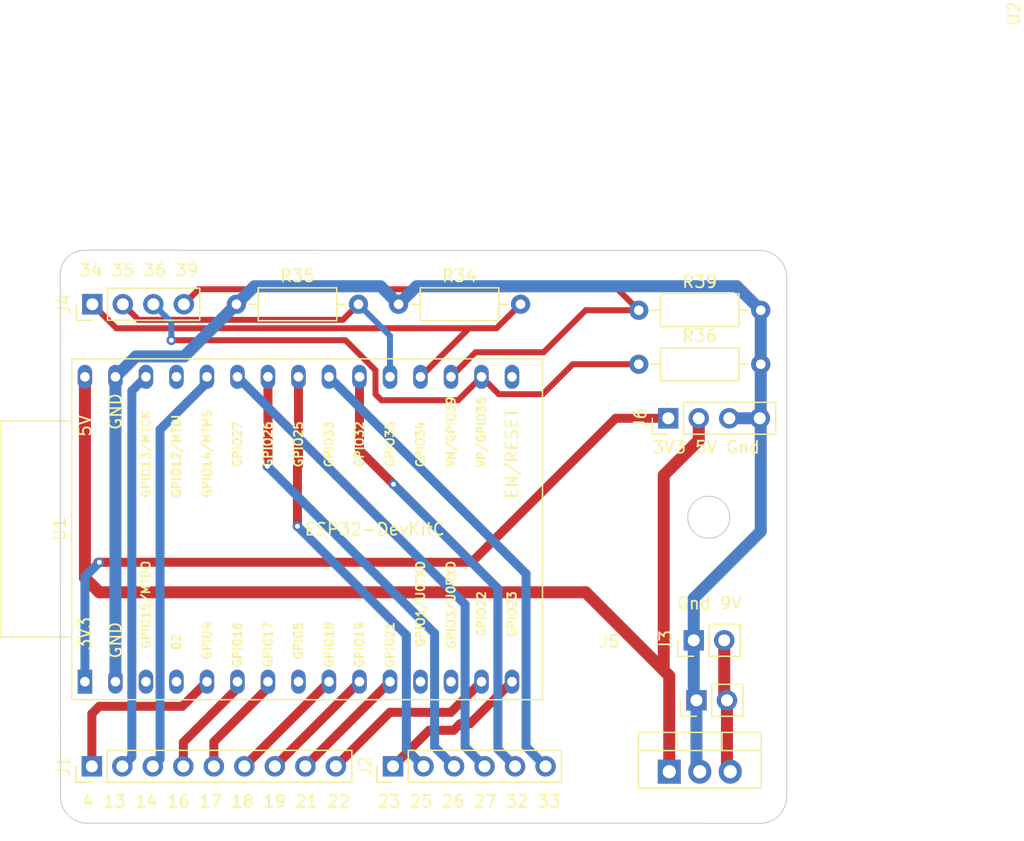
<source format=kicad_pcb>
(kicad_pcb (version 20221018) (generator pcbnew)
  (layers (0 "F.Cu" signal) (31 "B.Cu" signal) (34 "B.Paste" user) (35 "F.Paste" user) (36 "B.SilkS" user "B.Silkscreen") (37 "F.SilkS" user "F.Silkscreen") (38 "B.Mask" user) (39 "F.Mask" user) (44 "Edge.Cuts" user))
  (net 0 "")
  (net 1 "/P4")
  (net 2 "/P13")
  (net 3 "/P14")
  (net 4 "/P16")
  (net 5 "/P17")
  (net 6 "/P18")
  (net 7 "/P19")
  (net 8 "/P21")
  (net 9 "/P22")
  (net 10 "/P23")
  (net 11 "/P25")
  (net 12 "/P26")
  (net 13 "/P27")
  (net 14 "/P32")
  (net 15 "/P33")
  (net 16 "/Gnd")
  (net 17 "Net-(J3-Pin_2)")
  (net 18 "/P34-In")
  (net 19 "/P35-in")
  (net 20 "/P36-in")
  (net 21 "/P39-in")
  (net 25 "/5V")
  (net 30 "Net-(J6-Pin_1)")
  (footprint "Connector_PinHeader_2.54mm:PinHeader_1x09_P2.54mm_Vertical" (layer "F.Cu") (at 92.88 68 90)
    (fp_text reference "J1" (at 0 -2.33 90) (layer "F.SilkS"))
    (fp_text value "Conn_01x09_Pin")
    (fp_line (start -1.33 -1.33) (end 0 -1.33) (stroke (width 0.12)) (layer "F.SilkS"))
    (fp_line (start -1.33 0) (end -1.33 -1.33) (stroke (width 0.12)) (layer "F.SilkS"))
    (fp_line (start -1.33 1.27) (end -1.33 21.65) (stroke (width 0.12)) (layer "F.SilkS"))
    (fp_line (start -1.33 1.27) (end 1.33 1.27) (stroke (width 0.12)) (layer "F.SilkS"))
    (fp_line (start -1.33 21.65) (end 1.33 21.65) (stroke (width 0.12)) (layer "F.SilkS"))
    (fp_line (start 1.33 1.27) (end 1.33 21.65) (stroke (width 0.12)) (layer "F.SilkS"))
    (pad "1" thru_hole rect (at 0 0 90) (size 1.7 1.7) (drill 1) (layers "*.Cu" "*.Mask") (net 1 "/P4"))
    (pad "2" thru_hole oval (at 0 2.54 90) (size 1.7 1.7) (drill 1) (layers "*.Cu" "*.Mask") (net 2 "/P13"))
    (pad "3" thru_hole oval (at 0 5.08 90) (size 1.7 1.7) (drill 1) (layers "*.Cu" "*.Mask") (net 3 "/P14"))
    (pad "4" thru_hole oval (at 0 7.62 90) (size 1.7 1.7) (drill 1) (layers "*.Cu" "*.Mask") (net 4 "/P16"))
    (pad "5" thru_hole oval (at 0 10.16 90) (size 1.7 1.7) (drill 1) (layers "*.Cu" "*.Mask") (net 5 "/P17"))
    (pad "6" thru_hole oval (at 0 12.7 90) (size 1.7 1.7) (drill 1) (layers "*.Cu" "*.Mask") (net 6 "/P18"))
    (pad "7" thru_hole oval (at 0 15.24 90) (size 1.7 1.7) (drill 1) (layers "*.Cu" "*.Mask") (net 7 "/P19"))
    (pad "8" thru_hole oval (at 0 17.78 90) (size 1.7 1.7) (drill 1) (layers "*.Cu" "*.Mask") (net 8 "/P21"))
    (pad "9" thru_hole oval (at 0 20.32 90) (size 1.7 1.7) (drill 1) (layers "*.Cu" "*.Mask") (net 9 "/P22"))
  )
  (footprint "Resistor_THT:R_Axial_DIN0207_L6.3mm_D2.5mm_P10.16mm_Horizontal" (layer "F.Cu") (at 138.42 34.5)
    (fp_text reference "R36" (at 5.08 -2.37) (layer "F.SilkS"))
    (fp_text value "R")
    (fp_line (start 1.04 0) (end 1.81 0) (stroke (width 0.12)) (layer "F.SilkS"))
    (fp_line (start 1.81 -1.37) (end 1.81 1.37) (stroke (width 0.12)) (layer "F.SilkS"))
    (fp_line (start 1.81 1.37) (end 8.35 1.37) (stroke (width 0.12)) (layer "F.SilkS"))
    (fp_line (start 8.35 -1.37) (end 1.81 -1.37) (stroke (width 0.12)) (layer "F.SilkS"))
    (fp_line (start 8.35 1.37) (end 8.35 -1.37) (stroke (width 0.12)) (layer "F.SilkS"))
    (fp_line (start 9.12 0) (end 8.35 0) (stroke (width 0.12)) (layer "F.SilkS"))
    (pad "1" thru_hole circle (at 0 0) (size 1.6 1.6) (drill 0.8) (layers "*.Cu" "*.Mask") (net 20 "/P36-in"))
    (pad "2" thru_hole oval (at 10.16 0) (size 1.6 1.6) (drill 0.8) (layers "*.Cu" "*.Mask") (net 16 "/Gnd"))
  )
  (footprint "Connector_PinHeader_2.54mm:PinHeader_1x02_P2.54mm_Vertical" (layer "F.Cu") (at 143 57.5 90)
    (fp_text reference "J3" (at 0 -2.33 90) (layer "F.SilkS"))
    (fp_text value "Conn_01x02_Pin")
    (fp_line (start -1.33 -1.33) (end 0 -1.33) (stroke (width 0.12)) (layer "F.SilkS"))
    (fp_line (start -1.33 0) (end -1.33 -1.33) (stroke (width 0.12)) (layer "F.SilkS"))
    (fp_line (start -1.33 1.27) (end -1.33 3.87) (stroke (width 0.12)) (layer "F.SilkS"))
    (fp_line (start -1.33 1.27) (end 1.33 1.27) (stroke (width 0.12)) (layer "F.SilkS"))
    (fp_line (start -1.33 3.87) (end 1.33 3.87) (stroke (width 0.12)) (layer "F.SilkS"))
    (fp_line (start 1.33 1.27) (end 1.33 3.87) (stroke (width 0.12)) (layer "F.SilkS"))
    (pad "1" thru_hole rect (at 0 0 90) (size 1.7 1.7) (drill 1) (layers "*.Cu" "*.Mask") (net 16 "/Gnd"))
    (pad "2" thru_hole oval (at 0 2.54 90) (size 1.7 1.7) (drill 1) (layers "*.Cu" "*.Mask") (net 17 "Net-(J3-Pin_2)"))
  )
  (footprint "Resistor_THT:R_Axial_DIN0207_L6.3mm_D2.5mm_P10.16mm_Horizontal" (layer "F.Cu") (at 138.42 30)
    (fp_text reference "R39" (at 5.08 -2.37) (layer "F.SilkS"))
    (fp_text value "R")
    (fp_line (start 1.04 0) (end 1.81 0) (stroke (width 0.12)) (layer "F.SilkS"))
    (fp_line (start 1.81 -1.37) (end 1.81 1.37) (stroke (width 0.12)) (layer "F.SilkS"))
    (fp_line (start 1.81 1.37) (end 8.35 1.37) (stroke (width 0.12)) (layer "F.SilkS"))
    (fp_line (start 8.35 -1.37) (end 1.81 -1.37) (stroke (width 0.12)) (layer "F.SilkS"))
    (fp_line (start 8.35 1.37) (end 8.35 -1.37) (stroke (width 0.12)) (layer "F.SilkS"))
    (fp_line (start 9.12 0) (end 8.35 0) (stroke (width 0.12)) (layer "F.SilkS"))
    (pad "1" thru_hole circle (at 0 0) (size 1.6 1.6) (drill 0.8) (layers "*.Cu" "*.Mask") (net 21 "/P39-in"))
    (pad "2" thru_hole oval (at 10.16 0) (size 1.6 1.6) (drill 0.8) (layers "*.Cu" "*.Mask") (net 16 "/Gnd"))
  )
  (footprint "Connector_PinHeader_2.54mm:PinHeader_1x04_P2.54mm_Vertical" (layer "F.Cu") (at 140.88 39 90)
    (fp_text reference "J6" (at 0 -2.33 90) (layer "F.SilkS"))
    (fp_text value "Conn_01x04_Pin")
    (fp_line (start -1.33 -1.33) (end 0 -1.33) (stroke (width 0.12)) (layer "F.SilkS"))
    (fp_line (start -1.33 0) (end -1.33 -1.33) (stroke (width 0.12)) (layer "F.SilkS"))
    (fp_line (start -1.33 1.27) (end -1.33 8.95) (stroke (width 0.12)) (layer "F.SilkS"))
    (fp_line (start -1.33 1.27) (end 1.33 1.27) (stroke (width 0.12)) (layer "F.SilkS"))
    (fp_line (start -1.33 8.95) (end 1.33 8.95) (stroke (width 0.12)) (layer "F.SilkS"))
    (fp_line (start 1.33 1.27) (end 1.33 8.95) (stroke (width 0.12)) (layer "F.SilkS"))
    (pad "1" thru_hole rect (at 0 0 90) (size 1.7 1.7) (drill 1) (layers "*.Cu" "*.Mask") (net 30 "Net-(J6-Pin_1)"))
    (pad "2" thru_hole oval (at 0 2.54 90) (size 1.7 1.7) (drill 1) (layers "*.Cu" "*.Mask") (net 25 "/5V"))
    (pad "3" thru_hole oval (at 0 5.08 90) (size 1.7 1.7) (drill 1) (layers "*.Cu" "*.Mask") (net 16 "/Gnd"))
    (pad "4" thru_hole oval (at 0 7.62 90) (size 1.7 1.7) (drill 1) (layers "*.Cu" "*.Mask") (net 16 "/Gnd"))
  )
  (footprint "Resistor_THT:R_Axial_DIN0207_L6.3mm_D2.5mm_P10.16mm_Horizontal" (layer "F.Cu") (at 104.92 29.5)
    (fp_text reference "R35" (at 5.08 -2.37) (layer "F.SilkS"))
    (fp_text value "R")
    (fp_line (start 1.04 0) (end 1.81 0) (stroke (width 0.12)) (layer "F.SilkS"))
    (fp_line (start 1.81 -1.37) (end 1.81 1.37) (stroke (width 0.12)) (layer "F.SilkS"))
    (fp_line (start 1.81 1.37) (end 8.35 1.37) (stroke (width 0.12)) (layer "F.SilkS"))
    (fp_line (start 8.35 -1.37) (end 1.81 -1.37) (stroke (width 0.12)) (layer "F.SilkS"))
    (fp_line (start 8.35 1.37) (end 8.35 -1.37) (stroke (width 0.12)) (layer "F.SilkS"))
    (fp_line (start 9.12 0) (end 8.35 0) (stroke (width 0.12)) (layer "F.SilkS"))
    (pad "1" thru_hole circle (at 0 0) (size 1.6 1.6) (drill 0.8) (layers "*.Cu" "*.Mask") (net 16 "/Gnd"))
    (pad "2" thru_hole oval (at 10.16 0) (size 1.6 1.6) (drill 0.8) (layers "*.Cu" "*.Mask") (net 19 "/P35-in"))
  )
  (footprint "Resistor_THT:R_Axial_DIN0207_L6.3mm_D2.5mm_P10.16mm_Horizontal" (layer "F.Cu") (at 118.42 29.5)
    (fp_text reference "R34" (at 5.08 -2.37) (layer "F.SilkS"))
    (fp_text value "R")
    (fp_line (start 1.04 0) (end 1.81 0) (stroke (width 0.12)) (layer "F.SilkS"))
    (fp_line (start 1.81 -1.37) (end 1.81 1.37) (stroke (width 0.12)) (layer "F.SilkS"))
    (fp_line (start 1.81 1.37) (end 8.35 1.37) (stroke (width 0.12)) (layer "F.SilkS"))
    (fp_line (start 8.35 -1.37) (end 1.81 -1.37) (stroke (width 0.12)) (layer "F.SilkS"))
    (fp_line (start 8.35 1.37) (end 8.35 -1.37) (stroke (width 0.12)) (layer "F.SilkS"))
    (fp_line (start 9.12 0) (end 8.35 0) (stroke (width 0.12)) (layer "F.SilkS"))
    (pad "1" thru_hole circle (at 0 0) (size 1.6 1.6) (drill 0.8) (layers "*.Cu" "*.Mask") (net 16 "/Gnd"))
    (pad "2" thru_hole oval (at 10.16 0) (size 1.6 1.6) (drill 0.8) (layers "*.Cu" "*.Mask") (net 18 "/P34-In"))
  )
  (footprint "Package_TO_SOT_THT:TO-220-3_Vertical" (layer "F.Cu") (at 140.96 68.445)
    (fp_text reference "U2" (at 28.7 -63.17 90) (layer "F.SilkS"))
    (fp_text value "L78L05_TO92")
    (fp_line (start -2.58 -3.27) (end -2.58 1.371) (stroke (width 0.12)) (layer "F.SilkS"))
    (fp_line (start -2.58 -3.27) (end 7.66 -3.27) (stroke (width 0.12)) (layer "F.SilkS"))
    (fp_line (start -2.58 -1.76) (end 7.66 -1.76) (stroke (width 0.12)) (layer "F.SilkS"))
    (fp_line (start -2.58 1.371) (end 7.66 1.371) (stroke (width 0.12)) (layer "F.SilkS"))
    (fp_line (start 0.69 -3.27) (end 0.69 -1.76) (stroke (width 0.12)) (layer "F.SilkS"))
    (fp_line (start 4.391 -3.27) (end 4.391 -1.76) (stroke (width 0.12)) (layer "F.SilkS"))
    (fp_line (start 7.66 -3.27) (end 7.66 1.371) (stroke (width 0.12)) (layer "F.SilkS"))
    (pad "1" thru_hole rect (at 0 0) (size 1.905 2) (drill 1.1) (layers "*.Cu" "*.Mask") (net 25 "/5V"))
    (pad "2" thru_hole oval (at 2.54 0) (size 1.905 2) (drill 1.1) (layers "*.Cu" "*.Mask") (net 16 "/Gnd"))
    (pad "3" thru_hole oval (at 5.08 0) (size 1.905 2) (drill 1.1) (layers "*.Cu" "*.Mask") (net 17 "Net-(J3-Pin_2)"))
  )
  (footprint "Connector_PinHeader_2.54mm:PinHeader_1x06_P2.54mm_Vertical" (layer "F.Cu") (at 117.96 68 90)
    (fp_text reference "J2" (at 0 -2.33 90) (layer "F.SilkS"))
    (fp_text value "Conn_01x06_Pin")
    (fp_line (start -1.33 -1.33) (end 0 -1.33) (stroke (width 0.12)) (layer "F.SilkS"))
    (fp_line (start -1.33 0) (end -1.33 -1.33) (stroke (width 0.12)) (layer "F.SilkS"))
    (fp_line (start -1.33 1.27) (end -1.33 14.03) (stroke (width 0.12)) (layer "F.SilkS"))
    (fp_line (start -1.33 1.27) (end 1.33 1.27) (stroke (width 0.12)) (layer "F.SilkS"))
    (fp_line (start -1.33 14.03) (end 1.33 14.03) (stroke (width 0.12)) (layer "F.SilkS"))
    (fp_line (start 1.33 1.27) (end 1.33 14.03) (stroke (width 0.12)) (layer "F.SilkS"))
    (pad "1" thru_hole rect (at 0 0 90) (size 1.7 1.7) (drill 1) (layers "*.Cu" "*.Mask") (net 10 "/P23"))
    (pad "2" thru_hole oval (at 0 2.54 90) (size 1.7 1.7) (drill 1) (layers "*.Cu" "*.Mask") (net 11 "/P25"))
    (pad "3" thru_hole oval (at 0 5.08 90) (size 1.7 1.7) (drill 1) (layers "*.Cu" "*.Mask") (net 12 "/P26"))
    (pad "4" thru_hole oval (at 0 7.62 90) (size 1.7 1.7) (drill 1) (layers "*.Cu" "*.Mask") (net 13 "/P27"))
    (pad "5" thru_hole oval (at 0 10.16 90) (size 1.7 1.7) (drill 1) (layers "*.Cu" "*.Mask") (net 14 "/P32"))
    (pad "6" thru_hole oval (at 0 12.7 90) (size 1.7 1.7) (drill 1) (layers "*.Cu" "*.Mask") (net 15 "/P33"))
  )
  (footprint "PCM_Espressif:ESP32-DevKitC_30Pin" (layer "F.Cu") (at 92.305 60.94812 90)
    (fp_text reference "U1" (at 12.7 -2.1 90) (layer "F.SilkS"))
    (fp_text value "ESP32-DevKitC" (at 12.7 24.13) (layer "F.SilkS"))
    (fp_text user "GPIO34" (at 17.78 27.94 90 unlocked) (layer "F.SilkS") (effects (font (size 0.7 0.7)) (justify left)))
    (fp_text user "GND" (at 5.08 2.54 90 unlocked) (layer "F.SilkS") (effects (justify right)))
    (fp_text user "EN/RESET" (at 22.86 35.56 90 unlocked) (layer "F.SilkS") (effects (justify right)))
    (fp_text user "GPIO33" (at 17.78 20.32 90 unlocked) (layer "F.SilkS") (effects (font (size 0.7 0.7)) (justify left)))
    (fp_text user "GPIO1/U0TXD" (at 10.16 27.94 90 unlocked) (layer "F.SilkS") (effects (font (size 0.7 0.7)) (justify right)))
    (fp_text user "5V" (at 20.32 0 90 unlocked) (layer "F.SilkS") (effects (justify left)))
    (fp_text user "GPIO16" (at 5.08 12.7 90 unlocked) (layer "F.SilkS") (effects (font (size 0.7 0.7)) (justify right)))
    (fp_text user "3V3" (at 2.54 0 90 unlocked) (layer "F.SilkS") (effects (justify left)))
    (fp_text user "GPIO18" (at 5.08 20.32 90 unlocked) (layer "F.SilkS") (effects (font (size 0.7 0.7)) (justify right)))
    (fp_text user "GPIO4" (at 5.08 10.16 90 unlocked) (layer "F.SilkS") (effects (font (size 0.7 0.7)) (justify right)))
    (fp_text user "GPIO13/MTCK" (at 15.24 5.08 90 unlocked) (layer "F.SilkS") (effects (font (size 0.7 0.7)) (justify left)))
    (fp_text user "VP/GPIO36" (at 17.78 33.02 90 unlocked) (layer "F.SilkS") (effects (font (size 0.7 0.7)) (justify left)))
    (fp_text user "GPIO23" (at 7.62 35.56 90 unlocked) (layer "F.SilkS") (effects (font (size 0.7 0.7)) (justify right)))
    (fp_text user "GPIO25" (at 17.78 17.78 90 unlocked) (layer "F.SilkS") (effects (font (size 0.7 0.7)) (justify left)))
    (fp_text user "GPIO21" (at 5.08 25.4 90 unlocked) (layer "F.SilkS") (effects (font (size 0.7 0.7)) (justify right)))
    (fp_text user "GPIO19" (at 5.08 22.86 90 unlocked) (layer "F.SilkS") (effects (font (size 0.7 0.7)) (justify right)))
    (fp_text user "GPIO26" (at 17.78 15.24 90 unlocked) (layer "F.SilkS") (effects (font (size 0.7 0.7)) (justify left)))
    (fp_text user "GPIO5" (at 5.08 17.78 90 unlocked) (layer "F.SilkS") (effects (font (size 0.7 0.7)) (justify right)))
    (fp_text user "GPIO22" (at 7.62 33.02 90 unlocked) (layer "F.SilkS") (effects (font (size 0.7 0.7)) (justify right)))
    (fp_text user "GPIO35" (at 17.78 25.4 90 unlocked) (layer "F.SilkS") (effects (font (size 0.7 0.7)) (justify left)))
    (fp_text user "GND" (at 24.13 2.54 90 unlocked) (layer "F.SilkS") (effects (justify right)))
    (fp_text user "GPIO14/MTMS" (at 15.24 10.16 90 unlocked) (layer "F.SilkS") (effects (font (size 0.7 0.7)) (justify left)))
    (fp_text user "GPIO17" (at 5.08 15.24 90 unlocked) (layer "F.SilkS") (effects (font (size 0.7 0.7)) (justify right)))
    (fp_text user "VN/GPIO39" (at 17.78 30.48 90 unlocked) (layer "F.SilkS") (effects (font (size 0.7 0.7)) (justify left)))
    (fp_text user "GPIO3/U0RXD" (at 10.16 30.48 90 unlocked) (layer "F.SilkS") (effects (font (size 0.7 0.7)) (justify right)))
    (fp_text user "D2" (at 2.54 7.62 90 unlocked) (layer "F.SilkS") (effects (font (size 0.7 0.7)) (justify left)))
    (fp_text user "GPIO15/MTDO" (at 10.16 5.08 90 unlocked) (layer "F.SilkS") (effects (font (size 0.7 0.7)) (justify right)))
    (fp_text user "GPIO27" (at 17.78 12.7 90 unlocked) (layer "F.SilkS") (effects (font (size 0.7 0.7)) (justify left)))
    (fp_text user "GPIO12/MTDI" (at 15.24 7.62 90 unlocked) (layer "F.SilkS") (effects (font (size 0.7 0.7)) (justify left)))
    (fp_text user "GPIO32" (at 17.78 22.86 90 unlocked) (layer "F.SilkS") (effects (font (size 0.7 0.7)) (justify left)))
    (fp_line (start -1.5 38.1) (end 26.899999 38.1) (stroke (width 0.12)) (layer "F.SilkS"))
    (fp_line (start -1.499999 -1.1) (end -1.5 38.1) (stroke (width 0.12)) (layer "F.SilkS"))
    (fp_line (start 3.73012 -7.01312) (end 21.71332 -7.01312) (stroke (width 0.12)) (layer "F.SilkS"))
    (fp_line (start 3.73012 -1.12032) (end 3.73012 -7.01312) (stroke (width 0.12)) (layer "F.SilkS"))
    (fp_line (start 21.71332 -7.01312) (end 21.71332 -1.12032) (stroke (width 0.12)) (layer "F.SilkS"))
    (fp_line (start 26.899999 38.1) (end 26.9 -1.1) (stroke (width 0.12)) (layer "F.SilkS"))
    (fp_line (start 26.9 -1.1) (end -1.499999 -1.1) (stroke (width 0.12)) (layer "F.SilkS"))
    (pad "1" thru_hole rect (at 0 0) (size 1.2 2) (drill 0.8) (layers "*.Cu" "*.Mask") (net 30 "Net-(J6-Pin_1)"))
    (pad "2" thru_hole oval (at 25.4 35.56) (size 1.2 2) (drill 0.8) (layers "*.Cu" "*.Mask"))
    (pad "3" thru_hole oval (at 25.4 33.02) (size 1.2 2) (drill 0.8) (layers "*.Cu" "*.Mask") (net 20 "/P36-in"))
    (pad "4" thru_hole oval (at 25.4 30.48) (size 1.2 2) (drill 0.8) (layers "*.Cu" "*.Mask") (net 21 "/P39-in"))
    (pad "5" thru_hole oval (at 25.4 27.94) (size 1.2 2) (drill 0.8) (layers "*.Cu" "*.Mask") (net 18 "/P34-In"))
    (pad "6" thru_hole oval (at 25.4 25.4) (size 1.2 2) (drill 0.8) (layers "*.Cu" "*.Mask") (net 19 "/P35-in"))
    (pad "7" thru_hole oval (at 25.4 22.86) (size 1.2 2) (drill 0.8) (layers "*.Cu" "*.Mask") (net 14 "/P32"))
    (pad "8" thru_hole oval (at 25.4 20.32) (size 1.2 2) (drill 0.8) (layers "*.Cu" "*.Mask") (net 15 "/P33"))
    (pad "9" thru_hole oval (at 25.4 17.78) (size 1.2 2) (drill 0.8) (layers "*.Cu" "*.Mask") (net 11 "/P25"))
    (pad "10" thru_hole oval (at 25.4 15.24) (size 1.2 2) (drill 0.8) (layers "*.Cu" "*.Mask") (net 12 "/P26"))
    (pad "11" thru_hole oval (at 25.4 12.7) (size 1.2 2) (drill 0.8) (layers "*.Cu" "*.Mask") (net 13 "/P27"))
    (pad "12" thru_hole oval (at 25.4 10.16) (size 1.2 2) (drill 0.8) (layers "*.Cu" "*.Mask") (net 3 "/P14"))
    (pad "13" thru_hole oval (at 25.4 7.62) (size 1.2 2) (drill 0.8) (layers "*.Cu" "*.Mask"))
    (pad "15" thru_hole oval (at 25.4 5.08) (size 1.2 2) (drill 0.8) (layers "*.Cu" "*.Mask") (net 2 "/P13"))
    (pad "16" thru_hole oval (at 0 7.62) (size 1.2 2) (drill 0.8) (layers "*.Cu" "*.Mask"))
    (pad "19" thru_hole oval (at 25.4 0) (size 1.2 2) (drill 0.8) (layers "*.Cu" "*.Mask") (net 25 "/5V"))
    (pad "23" thru_hole oval (at 0 5.08) (size 1.2 2) (drill 0.8) (layers "*.Cu" "*.Mask"))
    (pad "26" thru_hole oval (at 0 10.16) (size 1.2 2) (drill 0.8) (layers "*.Cu" "*.Mask") (net 1 "/P4"))
    (pad "27" thru_hole oval (at 0 12.7) (size 1.2 2) (drill 0.8) (layers "*.Cu" "*.Mask") (net 4 "/P16"))
    (pad "28" thru_hole oval (at 0 15.24) (size 1.2 2) (drill 0.8) (layers "*.Cu" "*.Mask") (net 5 "/P17"))
    (pad "29" thru_hole oval (at 0 17.78) (size 1.2 2) (drill 0.8) (layers "*.Cu" "*.Mask"))
    (pad "30" thru_hole oval (at 0 20.32) (size 1.2 2) (drill 0.8) (layers "*.Cu" "*.Mask") (net 6 "/P18"))
    (pad "31" thru_hole oval (at 0 22.86) (size 1.2 2) (drill 0.8) (layers "*.Cu" "*.Mask") (net 7 "/P19"))
    (pad "32" thru_hole oval (at 0 2.54) (size 1.2 2) (drill 0.8) (layers "*.Cu" "*.Mask") (net 16 "/Gnd"))
    (pad "33" thru_hole oval (at 0 25.4) (size 1.2 2) (drill 0.8) (layers "*.Cu" "*.Mask") (net 8 "/P21"))
    (pad "34" thru_hole oval (at 0 30.48) (size 1.2 2) (drill 0.8) (layers "*.Cu" "*.Mask"))
    (pad "35" thru_hole oval (at 0 27.94) (size 1.2 2) (drill 0.8) (layers "*.Cu" "*.Mask"))
    (pad "36" thru_hole oval (at 0 33.02) (size 1.2 2) (drill 0.8) (layers "*.Cu" "*.Mask") (net 9 "/P22"))
    (pad "37" thru_hole oval (at 0 35.56) (size 1.2 2) (drill 0.8) (layers "*.Cu" "*.Mask") (net 10 "/P23"))
    (pad "38" thru_hole oval (at 25.4 2.54) (size 1.2 2) (drill 0.8) (layers "*.Cu" "*.Mask") (net 16 "/Gnd"))
  )
  (footprint "Connector_PinHeader_2.54mm:PinHeader_1x02_P2.54mm_Vertical" (layer "F.Cu") (at 143.225 62.5 90)
    (fp_text reference "J5" (at 4.9 -7.23) (layer "F.SilkS"))
    (fp_text value "Conn_01x02_Pin")
    (fp_line (start -1.33 -1.33) (end 0 -1.33) (stroke (width 0.12)) (layer "F.SilkS"))
    (fp_line (start -1.33 0) (end -1.33 -1.33) (stroke (width 0.12)) (layer "F.SilkS"))
    (fp_line (start -1.33 1.27) (end -1.33 3.87) (stroke (width 0.12)) (layer "F.SilkS"))
    (fp_line (start -1.33 1.27) (end 1.33 1.27) (stroke (width 0.12)) (layer "F.SilkS"))
    (fp_line (start -1.33 3.87) (end 1.33 3.87) (stroke (width 0.12)) (layer "F.SilkS"))
    (fp_line (start 1.33 1.27) (end 1.33 3.87) (stroke (width 0.12)) (layer "F.SilkS"))
    (pad "1" thru_hole rect (at 0 0 90) (size 1.7 1.7) (drill 1) (layers "*.Cu" "*.Mask") (net 16 "/Gnd"))
    (pad "2" thru_hole oval (at 0 2.54 90) (size 1.7 1.7) (drill 1) (layers "*.Cu" "*.Mask") (net 17 "Net-(J3-Pin_2)"))
  )
  (footprint "Connector_PinHeader_2.54mm:PinHeader_1x04_P2.54mm_Vertical" (layer "F.Cu") (at 92.92 29.5 90)
    (fp_text reference "J4" (at 0 -2.33 90) (layer "F.SilkS"))
    (fp_text value "Conn_01x04_Pin")
    (fp_line (start -1.33 -1.33) (end 0 -1.33) (stroke (width 0.12)) (layer "F.SilkS"))
    (fp_line (start -1.33 0) (end -1.33 -1.33) (stroke (width 0.12)) (layer "F.SilkS"))
    (fp_line (start -1.33 1.27) (end -1.33 8.95) (stroke (width 0.12)) (layer "F.SilkS"))
    (fp_line (start -1.33 1.27) (end 1.33 1.27) (stroke (width 0.12)) (layer "F.SilkS"))
    (fp_line (start -1.33 8.95) (end 1.33 8.95) (stroke (width 0.12)) (layer "F.SilkS"))
    (fp_line (start 1.33 1.27) (end 1.33 8.95) (stroke (width 0.12)) (layer "F.SilkS"))
    (pad "1" thru_hole rect (at 0 0 90) (size 1.7 1.7) (drill 1) (layers "*.Cu" "*.Mask") (net 18 "/P34-In"))
    (pad "2" thru_hole oval (at 0 2.54 90) (size 1.7 1.7) (drill 1) (layers "*.Cu" "*.Mask") (net 19 "/P35-in"))
    (pad "3" thru_hole oval (at 0 5.08 90) (size 1.7 1.7) (drill 1) (layers "*.Cu" "*.Mask") (net 20 "/P36-in"))
    (pad "4" thru_hole oval (at 0 7.62 90) (size 1.7 1.7) (drill 1) (layers "*.Cu" "*.Mask") (net 21 "/P39-in"))
  )
  (gr_arc (start 150.736067 70.513932) (mid 150.081138 72.095071) (end 148.499999 72.75) (stroke (width 0.1)) (layer "Edge.Cuts"))
  (gr_line (start 148.499999 25.013933) (end 92.25 25) (stroke (width 0.1)) (layer "Edge.Cuts"))
  (gr_line (start 150.736067 27.250001) (end 150.736067 70.513932) (stroke (width 0.1)) (layer "Edge.Cuts"))
  (gr_line (start 92.500001 72.736067) (end 148.45 72.75) (stroke (width 0.1)) (layer "Edge.Cuts"))
  (gr_line (start 90.25 27) (end 90.263933 70.499999) (stroke (width 0.1)) (layer "Edge.Cuts"))
  (gr_arc (start 90.25 27) (mid 90.835786 25.585786) (end 92.25 25) (stroke (width 0.1)) (layer "Edge.Cuts"))
  (gr_arc (start 92.500001 72.736067) (mid 90.918862 72.081138) (end 90.263933 70.499999) (stroke (width 0.1)) (layer "Edge.Cuts"))
  (gr_circle (center 144.25 47.25) (end 146 47.15) (stroke (width 0.1)) (fill none) (layer "Edge.Cuts"))
  (gr_arc (start 148.499999 25.013933) (mid 150.081138 25.668862) (end 150.736067 27.250001) (stroke (width 0.1)) (layer "Edge.Cuts"))
  (gr_text "3V3 5V Gnd\n" (at 139.5 42) (layer "F.SilkS") (effects (font (size 1 1)) (justify left bottom)))
  (gr_text "4 13 14 16 17 18 19 21 22   23 25 26 27 32 33\n" (at 92 71.5) (layer "F.SilkS") (effects (font (size 1 1)) (justify left bottom)))
  (gr_text "34 35 36 39\n" (at 91.75 27.25) (layer "F.SilkS") (effects (font (size 1 1)) (justify left bottom)))
  (gr_text "Gnd 9V\n" (at 141.5 55) (layer "F.SilkS") (effects (font (size 1 1)) (justify left bottom)))
  (segment (start 93.5 63) (end 92.88 63.62) (width 0.75) (layer "F.Cu") (net 1))
  (segment (start 100.41312 63) (end 93.5 63) (width 0.75) (layer "F.Cu") (net 1))
  (segment (start 102.465 60.94812) (end 100.41312 63) (width 0.75) (layer "F.Cu") (net 1))
  (segment (start 92.88 63.62) (end 92.88 68) (width 0.75) (layer "F.Cu") (net 1))
  (segment (start 97.385 35.54812) (end 96.21 36.72312) (width 0.75) (layer "B.Cu") (net 2))
  (segment (start 96.21 36.72312) (end 96.21 67.21) (width 0.75) (layer "B.Cu") (net 2))
  (segment (start 96.21 67.21) (end 95.42 68) (width 0.75) (layer "B.Cu") (net 2))
  (segment (start 98.56 39.94) (end 98.56 67.4) (width 0.75) (layer "B.Cu") (net 3))
  (segment (start 102.465 36.035) (end 98.56 39.94) (width 0.75) (layer "B.Cu") (net 3))
  (segment (start 102.465 35.54812) (end 102.465 36.035) (width 0.75) (layer "B.Cu") (net 3))
  (segment (start 98.56 67.4) (end 97.96 68) (width 0.75) (layer "B.Cu") (net 3))
  (segment (start 100.5 66) (end 100.5 68) (width 0.75) (layer "F.Cu") (net 4))
  (segment (start 105.005 60.94812) (end 105.005 61.495) (width 0.75) (layer "F.Cu") (net 4))
  (segment (start 105.005 61.495) (end 100.5 66) (width 0.75) (layer "F.Cu") (net 4))
  (segment (start 103.04 65.96) (end 103.04 68) (width 0.75) (layer "F.Cu") (net 5))
  (segment (start 107.545 60.94812) (end 107.545 61.455) (width 0.75) (layer "F.Cu") (net 5))
  (segment (start 107.545 61.455) (end 103.04 65.96) (width 0.75) (layer "F.Cu") (net 5))
  (segment (start 112.625 60.94812) (end 112.625 60.955) (width 0.75) (layer "F.Cu") (net 6))
  (segment (start 112.625 60.955) (end 105.58 68) (width 0.75) (layer "F.Cu") (net 6))
  (segment (start 115.165 60.94812) (end 115.165 60.955) (width 0.75) (layer "F.Cu") (net 7))
  (segment (start 115.165 60.955) (end 108.12 68) (width 0.75) (layer "F.Cu") (net 7))
  (segment (start 117.705 60.955) (end 110.66 68) (width 0.75) (layer "F.Cu") (net 8))
  (segment (start 117.705 60.94812) (end 117.705 60.955) (width 0.75) (layer "F.Cu") (net 8))
  (segment (start 122.77312 63.5) (end 117.7 63.5) (width 0.75) (layer "F.Cu") (net 9))
  (segment (start 117.7 63.5) (end 113.2 68) (width 0.75) (layer "F.Cu") (net 9))
  (segment (start 125.325 60.94812) (end 122.77312 63.5) (width 0.75) (layer "F.Cu") (net 9))
  (segment (start 124.36312 64.45) (end 123.55 64.45) (width 0.75) (layer "F.Cu") (net 10))
  (segment (start 123 65) (end 120.96 65) (width 0.75) (layer "F.Cu") (net 10))
  (segment (start 120.96 65) (end 117.96 68) (width 0.75) (layer "F.Cu") (net 10))
  (segment (start 123.55 64.45) (end 123 65) (width 0.75) (layer "F.Cu") (net 10))
  (segment (start 127.865 60.94812) (end 124.36312 64.45) (width 0.75) (layer "F.Cu") (net 10))
  (segment (start 110 43) (end 110 48) (width 0.75) (layer "F.Cu") (net 11))
  (segment (start 110.085 42.915) (end 110 43) (width 0.75) (layer "F.Cu") (net 11))
  (segment (start 110.085 35.54812) (end 110.085 42.915) (width 0.75) (layer "F.Cu") (net 11))
  (via (at 110 48) (size 0.8) (drill 0.4) (layers "F.Cu" "B.Cu") (net 11))
  (segment (start 119.07 66.57) (end 120.5 68) (width 0.75) (layer "B.Cu") (net 11))
  (segment (start 110 48) (end 119.07 57.07) (width 0.75) (layer "B.Cu") (net 11))
  (segment (start 119.07 57.07) (end 119.07 66.57) (width 0.75) (layer "B.Cu") (net 11))
  (segment (start 107.545 35.54812) (end 107.545 42.955) (width 0.75) (layer "F.Cu") (net 12))
  (segment (start 107.545 42.955) (end 107.5 43) (width 0.75) (layer "F.Cu") (net 12))
  (via (at 107.5 43) (size 0.8) (drill 0.4) (layers "F.Cu" "B.Cu") (net 12))
  (segment (start 107.5 43) (end 121.42 56.92) (width 0.75) (layer "B.Cu") (net 12))
  (segment (start 121.42 66.38) (end 123.04 68) (width 0.75) (layer "B.Cu") (net 12))
  (segment (start 121.42 56.92) (end 121.42 66.38) (width 0.75) (layer "B.Cu") (net 12))
  (segment (start 105.005 35.54812) (end 123.96 54.50312) (width 0.75) (layer "B.Cu") (net 13))
  (segment (start 123.96 66.38) (end 125.58 68) (width 0.75) (layer "B.Cu") (net 13))
  (segment (start 123.96 54.50312) (end 123.96 66.38) (width 0.75) (layer "B.Cu") (net 13))
  (segment (start 115.165 35.54812) (end 115.165 41.665) (width 0.75) (layer "F.Cu") (net 14))
  (segment (start 115.165 41.665) (end 118 44.5) (width 0.75) (layer "F.Cu") (net 14))
  (via (at 118 44.5) (size 0.8) (drill 0.4) (layers "F.Cu" "B.Cu") (net 14))
  (segment (start 126.69 66.57) (end 128.12 68) (width 0.75) (layer "B.Cu") (net 14))
  (segment (start 118 44.5) (end 126.69 53.19) (width 0.75) (layer "B.Cu") (net 14))
  (segment (start 126.69 53.19) (end 126.69 66.57) (width 0.75) (layer "B.Cu") (net 14))
  (segment (start 112.625 35.54812) (end 129.04 51.96312) (width 0.75) (layer "B.Cu") (net 15))
  (segment (start 129.04 66.38) (end 130.66 68) (width 0.75) (layer "B.Cu") (net 15))
  (segment (start 129.04 51.96312) (end 129.04 66.38) (width 0.75) (layer "B.Cu") (net 15))
  (segment (start 100.57188 33.84812) (end 104.92 29.5) (width 1) (layer "B.Cu") (net 16))
  (segment (start 106.42 28) (end 104.92 29.5) (width 1) (layer "B.Cu") (net 16))
  (segment (start 146.58 28) (end 119.92 28) (width 1) (layer "B.Cu") (net 16))
  (segment (start 143 62.275) (end 143.225 62.5) (width 1) (layer "B.Cu") (net 16))
  (segment (start 143 57.5) (end 143 54) (width 1) (layer "B.Cu") (net 16))
  (segment (start 148.58 30) (end 146.58 28) (width 1) (layer "B.Cu") (net 16))
  (segment (start 148.58 48.42) (end 148.58 34.5) (width 1) (layer "B.Cu") (net 16))
  (segment (start 143.225 62.5) (end 143.225 68.17) (width 1) (layer "B.Cu") (net 16))
  (segment (start 143.225 68.17) (end 143.5 68.445) (width 1) (layer "B.Cu") (net 16))
  (segment (start 94.845 35.54812) (end 96.545 33.84812) (width 1) (layer "B.Cu") (net 16))
  (segment (start 148.58 34.5) (end 148.58 30) (width 1) (layer "B.Cu") (net 16))
  (segment (start 143 54) (end 148.58 48.42) (width 1) (layer "B.Cu") (net 16))
  (segment (start 116.92 28) (end 106.42 28) (width 1) (layer "B.Cu") (net 16))
  (segment (start 143 57.5) (end 143 62.275) (width 1) (layer "B.Cu") (net 16))
  (segment (start 119.92 28) (end 118.42 29.5) (width 1) (layer "B.Cu") (net 16))
  (segment (start 96.545 33.84812) (end 100.57188 33.84812) (width 1) (layer "B.Cu") (net 16))
  (segment (start 94.845 35.54812) (end 94.845 60.94812) (width 1) (layer "B.Cu") (net 16))
  (segment (start 148.5 39) (end 145.96 39) (width 1) (layer "B.Cu") (net 16))
  (segment (start 118.42 29.5) (end 116.92 28) (width 1) (layer "B.Cu") (net 16))
  (segment (start 145.54 57.5) (end 145.54 62.275) (width 1) (layer "F.Cu") (net 17))
  (segment (start 145.765 68.17) (end 146.04 68.445) (width 1) (layer "F.Cu") (net 17))
  (segment (start 145.54 62.275) (end 145.765 62.5) (width 1) (layer "F.Cu") (net 17))
  (segment (start 145.765 62.5) (end 145.765 68.17) (width 1) (layer "F.Cu") (net 17))
  (segment (start 120.245 35.54812) (end 124.29312 31.5) (width 0.5) (layer "F.Cu") (net 18))
  (segment (start 124.29312 31.5) (end 126.58 31.5) (width 0.5) (layer "F.Cu") (net 18))
  (segment (start 126.58 31.5) (end 128.58 29.5) (width 0.5) (layer "F.Cu") (net 18))
  (segment (start 94.92 31.5) (end 126.58 31.5) (width 0.5) (layer "F.Cu") (net 18))
  (segment (start 92.92 29.5) (end 94.92 31.5) (width 0.5) (layer "F.Cu") (net 18))
  (segment (start 95.46 29.5) (end 96.76 30.8) (width 0.5) (layer "F.Cu") (net 19))
  (segment (start 113.78 30.8) (end 115.08 29.5) (width 0.5) (layer "F.Cu") (net 19))
  (segment (start 96.76 30.8) (end 113.78 30.8) (width 0.5) (layer "F.Cu") (net 19))
  (segment (start 117.705 35.54812) (end 117.705 32.125) (width 0.5) (layer "B.Cu") (net 19))
  (segment (start 117.705 32.125) (end 115.08 29.5) (width 0.5) (layer "B.Cu") (net 19))
  (segment (start 123.37312 37.5) (end 125.325 35.54812) (width 0.5) (layer "F.Cu") (net 20))
  (segment (start 117 37.5) (end 123.37312 37.5) (width 0.5) (layer "F.Cu") (net 20))
  (segment (start 130.42188 36.99812) (end 132.92 34.5) (width 0.5) (layer "F.Cu") (net 20))
  (segment (start 116.5 34.998196) (end 116.5 37) (width 0.5) (layer "F.Cu") (net 20))
  (segment (start 116.5 37) (end 117 37.5) (width 0.5) (layer "F.Cu") (net 20))
  (segment (start 99.5 32.5) (end 114.001804 32.5) (width 0.5) (layer "F.Cu") (net 20))
  (segment (start 132.92 34.5) (end 138.42 34.5) (width 0.5) (layer "F.Cu") (net 20))
  (segment (start 130.42188 36.99812) (end 126.775 36.99812) (width 0.5) (layer "F.Cu") (net 20))
  (segment (start 126.775 36.99812) (end 125.325 35.54812) (width 0.5) (layer "F.Cu") (net 20))
  (segment (start 114.001804 32.5) (end 116.5 34.998196) (width 0.5) (layer "F.Cu") (net 20))
  (via (at 99.5 32.5) (size 0.8) (drill 0.4) (layers "F.Cu" "B.Cu") (net 20))
  (segment (start 99.5 31) (end 99.5 32.5) (width 0.5) (layer "B.Cu") (net 20))
  (segment (start 98 29.5) (end 99.5 31) (width 0.5) (layer "B.Cu") (net 20))
  (segment (start 100.54 29.5) (end 101.79 28.25) (width 0.5) (layer "F.Cu") (net 21))
  (segment (start 136.67 28.25) (end 136.5 28.25) (width 0.5) (layer "F.Cu") (net 21))
  (segment (start 131.17 28.25) (end 136.5 28.25) (width 0.5) (layer "F.Cu") (net 21))
  (segment (start 130.5 33.5) (end 134 30) (width 0.5) (layer "F.Cu") (net 21))
  (segment (start 101.79 28.25) (end 131.17 28.25) (width 0.5) (layer "F.Cu") (net 21))
  (segment (start 138.42 30) (end 136.67 28.25) (width 0.5) (layer "F.Cu") (net 21))
  (segment (start 134 30) (end 138.42 30) (width 0.5) (layer "F.Cu") (net 21))
  (segment (start 130.5 33.5) (end 124.83312 33.5) (width 0.5) (layer "F.Cu") (net 21))
  (segment (start 124.83312 33.5) (end 122.785 35.54812) (width 0.5) (layer "F.Cu") (net 21))
  (segment (start 140.5 60) (end 140.96 60.46) (width 1) (layer "F.Cu") (net 25))
  (segment (start 143.42 40.83) (end 143.42 39) (width 1) (layer "F.Cu") (net 25))
  (segment (start 134 53.5) (end 140.5 60) (width 1) (layer "F.Cu") (net 25))
  (segment (start 92.305 52.305) (end 93.5 53.5) (width 1) (layer "F.Cu") (net 25))
  (segment (start 140.96 60.46) (end 140.96 68.445) (width 1) (layer "F.Cu") (net 25))
  (segment (start 93.5 53.5) (end 134 53.5) (width 1) (layer "F.Cu") (net 25))
  (segment (start 140.5 60) (end 140.5 43.75) (width 1) (layer "F.Cu") (net 25))
  (segment (start 92.305 35.54812) (end 92.305 52.305) (width 1) (layer "F.Cu") (net 25))
  (segment (start 140.5 43.75) (end 143.42 40.83) (width 1) (layer "F.Cu") (net 25))
  (segment (start 94.5 51) (end 124.5 51) (width 0.75) (layer "F.Cu") (net 30))
  (segment (start 94.5 51) (end 93.5 51) (width 0.75) (layer "F.Cu") (net 30))
  (segment (start 124.5 51) (end 136.5 39) (width 0.75) (layer "F.Cu") (net 30))
  (segment (start 93.5 51) (end 93.38 51) (width 0.75) (layer "F.Cu") (net 30))
  (segment (start 136.5 39) (end 140.88 39) (width 0.75) (layer "F.Cu") (net 30))
  (via (at 93.5 51) (size 0.8) (drill 0.4) (layers "F.Cu" "B.Cu") (net 30))
  (segment (start 93.5 51) (end 92.305 52.195) (width 0.75) (layer "B.Cu") (net 30))
  (segment (start 92.305 52.195) (end 92.305 60.94812) (width 0.75) (layer "B.Cu") (net 30))
)
</source>
